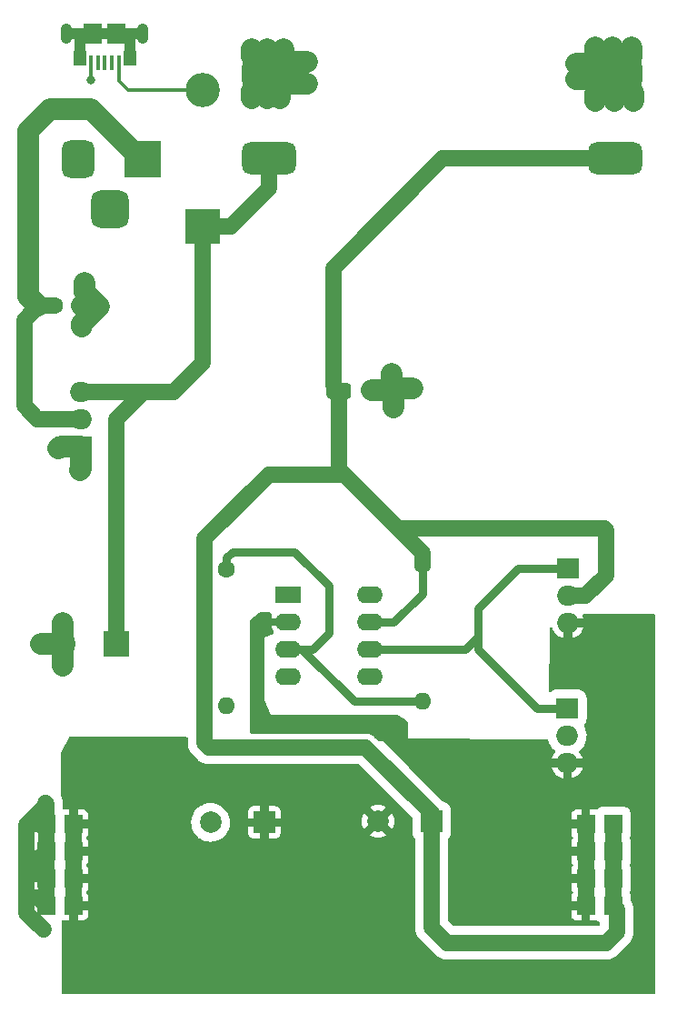
<source format=gbr>
%TF.GenerationSoftware,KiCad,Pcbnew,(6.0.8)*%
%TF.CreationDate,2022-10-21T20:47:53+05:30*%
%TF.ProjectId,Dual Rail Supply For Breadboard,4475616c-2052-4616-996c-20537570706c,rev?*%
%TF.SameCoordinates,Original*%
%TF.FileFunction,Copper,L1,Top*%
%TF.FilePolarity,Positive*%
%FSLAX46Y46*%
G04 Gerber Fmt 4.6, Leading zero omitted, Abs format (unit mm)*
G04 Created by KiCad (PCBNEW (6.0.8)) date 2022-10-21 20:47:53*
%MOMM*%
%LPD*%
G01*
G04 APERTURE LIST*
G04 Aperture macros list*
%AMRoundRect*
0 Rectangle with rounded corners*
0 $1 Rounding radius*
0 $2 $3 $4 $5 $6 $7 $8 $9 X,Y pos of 4 corners*
0 Add a 4 corners polygon primitive as box body*
4,1,4,$2,$3,$4,$5,$6,$7,$8,$9,$2,$3,0*
0 Add four circle primitives for the rounded corners*
1,1,$1+$1,$2,$3*
1,1,$1+$1,$4,$5*
1,1,$1+$1,$6,$7*
1,1,$1+$1,$8,$9*
0 Add four rect primitives between the rounded corners*
20,1,$1+$1,$2,$3,$4,$5,0*
20,1,$1+$1,$4,$5,$6,$7,0*
20,1,$1+$1,$6,$7,$8,$9,0*
20,1,$1+$1,$8,$9,$2,$3,0*%
G04 Aperture macros list end*
%TA.AperFunction,ComponentPad*%
%ADD10R,1.700000X1.700000*%
%TD*%
%TA.AperFunction,SMDPad,CuDef*%
%ADD11R,0.400000X1.400000*%
%TD*%
%TA.AperFunction,SMDPad,CuDef*%
%ADD12R,1.750000X1.900000*%
%TD*%
%TA.AperFunction,ComponentPad*%
%ADD13O,1.050000X1.900000*%
%TD*%
%TA.AperFunction,SMDPad,CuDef*%
%ADD14R,1.150000X1.450000*%
%TD*%
%TA.AperFunction,SMDPad,CuDef*%
%ADD15RoundRect,0.381000X-0.762000X-0.381000X0.762000X-0.381000X0.762000X0.381000X-0.762000X0.381000X0*%
%TD*%
%TA.AperFunction,SMDPad,CuDef*%
%ADD16RoundRect,0.750000X-1.750000X0.750000X-1.750000X-0.750000X1.750000X-0.750000X1.750000X0.750000X0*%
%TD*%
%TA.AperFunction,ComponentPad*%
%ADD17C,1.600000*%
%TD*%
%TA.AperFunction,ComponentPad*%
%ADD18R,2.000000X2.000000*%
%TD*%
%TA.AperFunction,ComponentPad*%
%ADD19C,2.000000*%
%TD*%
%TA.AperFunction,ComponentPad*%
%ADD20R,3.200000X3.200000*%
%TD*%
%TA.AperFunction,ComponentPad*%
%ADD21O,3.200000X3.200000*%
%TD*%
%TA.AperFunction,ComponentPad*%
%ADD22R,2.000000X1.905000*%
%TD*%
%TA.AperFunction,ComponentPad*%
%ADD23O,2.000000X1.905000*%
%TD*%
%TA.AperFunction,ComponentPad*%
%ADD24R,2.400000X2.400000*%
%TD*%
%TA.AperFunction,ComponentPad*%
%ADD25C,2.400000*%
%TD*%
%TA.AperFunction,ComponentPad*%
%ADD26R,2.400000X1.600000*%
%TD*%
%TA.AperFunction,ComponentPad*%
%ADD27O,2.400000X1.600000*%
%TD*%
%TA.AperFunction,ComponentPad*%
%ADD28O,1.600000X1.600000*%
%TD*%
%TA.AperFunction,ComponentPad*%
%ADD29R,3.500000X3.500000*%
%TD*%
%TA.AperFunction,ComponentPad*%
%ADD30RoundRect,0.750000X-0.750000X-1.000000X0.750000X-1.000000X0.750000X1.000000X-0.750000X1.000000X0*%
%TD*%
%TA.AperFunction,ComponentPad*%
%ADD31RoundRect,0.875000X-0.875000X-0.875000X0.875000X-0.875000X0.875000X0.875000X-0.875000X0.875000X0*%
%TD*%
%TA.AperFunction,ViaPad*%
%ADD32C,0.800000*%
%TD*%
%TA.AperFunction,Conductor*%
%ADD33C,1.500000*%
%TD*%
%TA.AperFunction,Conductor*%
%ADD34C,2.000000*%
%TD*%
%TA.AperFunction,Conductor*%
%ADD35C,0.300000*%
%TD*%
%TA.AperFunction,Conductor*%
%ADD36C,0.750000*%
%TD*%
%TA.AperFunction,Conductor*%
%ADD37C,1.000000*%
%TD*%
G04 APERTURE END LIST*
D10*
%TO.P,J5,1,Pin_1*%
%TO.N,OUT-*%
X139458000Y-123291600D03*
%TO.P,J5,2,Pin_2*%
%TO.N,MID_GND*%
X141998000Y-123291600D03*
%TD*%
D11*
%TO.P,J10,1,VBUS*%
%TO.N,5V*%
X146200000Y-49850000D03*
%TO.P,J10,2,D-*%
%TO.N,unconnected-(J10-Pad2)*%
X145550000Y-49850000D03*
%TO.P,J10,3,D+*%
%TO.N,unconnected-(J10-Pad3)*%
X144900000Y-49850000D03*
%TO.P,J10,4,ID*%
%TO.N,unconnected-(J10-Pad4)*%
X144250000Y-49850000D03*
%TO.P,J10,5,GND*%
%TO.N,OUT-*%
X143600000Y-49850000D03*
D12*
%TO.P,J10,6,Shield*%
%TO.N,unconnected-(J10-Pad6)*%
X146025000Y-47200000D03*
D13*
X141325000Y-47200000D03*
X148475000Y-47200000D03*
D14*
X142580000Y-49430000D03*
D12*
X143775000Y-47200000D03*
D14*
X147220000Y-49430000D03*
%TD*%
D10*
%TO.P,J8,1,Pin_1*%
%TO.N,MID_GND*%
X189738000Y-128371600D03*
%TO.P,J8,2,Pin_2*%
%TO.N,Input*%
X192278000Y-128371600D03*
%TD*%
%TO.P,J6,1,Pin_1*%
%TO.N,MID_GND*%
X189738000Y-125831600D03*
%TO.P,J6,2,Pin_2*%
%TO.N,Input*%
X192278000Y-125831600D03*
%TD*%
D15*
%TO.P,U2,1,Vin*%
%TO.N,Input*%
X166700200Y-80441800D03*
%TO.P,U2,2,GND*%
%TO.N,OUT-*%
X171704000Y-80441800D03*
%TD*%
D16*
%TO.P,U1,1,GND*%
%TO.N,OUT-*%
X160232900Y-50912800D03*
%TO.P,U1,2,Vin*%
%TO.N,Net-(C2-Pad1)*%
X160232900Y-58786800D03*
%TO.P,U1,3,GND*%
%TO.N,OUT-*%
X192443900Y-50912800D03*
%TO.P,U1,4,Vout*%
%TO.N,Input*%
X192443900Y-58786800D03*
%TD*%
D17*
%TO.P,C1,1*%
%TO.N,Net-(C1-Pad1)*%
X140250000Y-72500000D03*
%TO.P,C1,2*%
%TO.N,OUT-*%
X142750000Y-72500000D03*
%TD*%
D18*
%TO.P,C3,1*%
%TO.N,Input*%
X175367677Y-120500000D03*
D19*
%TO.P,C3,2*%
%TO.N,MID_GND*%
X170367677Y-120500000D03*
%TD*%
D20*
%TO.P,D1,1,K*%
%TO.N,Net-(C2-Pad1)*%
X154000000Y-65150000D03*
D21*
%TO.P,D1,2,A*%
%TO.N,5V*%
X154000000Y-52450000D03*
%TD*%
D22*
%TO.P,Q2,1,B*%
%TO.N,Net-(Q2-Pad1)*%
X188055000Y-96960000D03*
D23*
%TO.P,Q2,2,C*%
%TO.N,Input*%
X188055000Y-99500000D03*
%TO.P,Q2,3,E*%
%TO.N,MID_GND*%
X188055000Y-102040000D03*
%TD*%
D24*
%TO.P,C2,1*%
%TO.N,Net-(C2-Pad1)*%
X146000000Y-104000000D03*
D25*
%TO.P,C2,2*%
%TO.N,OUT-*%
X141000000Y-104000000D03*
%TD*%
D10*
%TO.P,J2,1,Pin_1*%
%TO.N,MID_GND*%
X189738000Y-120751600D03*
%TO.P,J2,2,Pin_2*%
%TO.N,Input*%
X192278000Y-120751600D03*
%TD*%
%TO.P,J9,1,Pin_1*%
%TO.N,OUT-*%
X139458000Y-128371600D03*
%TO.P,J9,2,Pin_2*%
%TO.N,MID_GND*%
X141998000Y-128371600D03*
%TD*%
D26*
%TO.P,U3,1,NULL*%
%TO.N,unconnected-(U3-Pad1)*%
X161966600Y-99416000D03*
D27*
%TO.P,U3,2,-*%
%TO.N,MID_GND*%
X161966600Y-101956000D03*
%TO.P,U3,3,+*%
%TO.N,Net-(R1-Pad2)*%
X161966600Y-104496000D03*
%TO.P,U3,4,V-*%
%TO.N,OUT-*%
X161966600Y-107036000D03*
%TO.P,U3,5,NULL*%
%TO.N,unconnected-(U3-Pad5)*%
X169586600Y-107036000D03*
%TO.P,U3,6*%
%TO.N,Net-(Q2-Pad1)*%
X169586600Y-104496000D03*
%TO.P,U3,7,V+*%
%TO.N,Input*%
X169586600Y-101956000D03*
%TO.P,U3,8,NC*%
%TO.N,unconnected-(U3-Pad8)*%
X169586600Y-99416000D03*
%TD*%
D10*
%TO.P,J4,1,Pin_1*%
%TO.N,MID_GND*%
X189738000Y-123291600D03*
%TO.P,J4,2,Pin_2*%
%TO.N,Input*%
X192278000Y-123291600D03*
%TD*%
%TO.P,J3,1,Pin_1*%
%TO.N,OUT-*%
X139458000Y-120751600D03*
%TO.P,J3,2,Pin_2*%
%TO.N,MID_GND*%
X141998000Y-120751600D03*
%TD*%
D22*
%TO.P,Q3,1,B*%
%TO.N,Net-(Q2-Pad1)*%
X188000000Y-110000000D03*
D23*
%TO.P,Q3,2,C*%
%TO.N,OUT-*%
X188000000Y-112540000D03*
%TO.P,Q3,3,E*%
%TO.N,MID_GND*%
X188000000Y-115080000D03*
%TD*%
D18*
%TO.P,C4,1*%
%TO.N,MID_GND*%
X159767677Y-120600000D03*
D19*
%TO.P,C4,2*%
%TO.N,OUT-*%
X154767677Y-120600000D03*
%TD*%
D17*
%TO.P,R2,1*%
%TO.N,Net-(R1-Pad2)*%
X156262800Y-97056400D03*
D28*
%TO.P,R2,2*%
%TO.N,OUT-*%
X156262800Y-109756400D03*
%TD*%
D22*
%TO.P,Q1,1,G*%
%TO.N,OUT-*%
X142646400Y-85598000D03*
D23*
%TO.P,Q1,2,D*%
%TO.N,Net-(C1-Pad1)*%
X142646400Y-83058000D03*
%TO.P,Q1,3,S*%
%TO.N,Net-(C2-Pad1)*%
X142646400Y-80518000D03*
%TD*%
D17*
%TO.P,R1,1*%
%TO.N,Input*%
X174500000Y-96650000D03*
D28*
%TO.P,R1,2*%
%TO.N,Net-(R1-Pad2)*%
X174500000Y-109350000D03*
%TD*%
D10*
%TO.P,J7,1,Pin_1*%
%TO.N,OUT-*%
X139458000Y-125831600D03*
%TO.P,J7,2,Pin_2*%
%TO.N,MID_GND*%
X141998000Y-125831600D03*
%TD*%
D29*
%TO.P,J1,1*%
%TO.N,Net-(C1-Pad1)*%
X148400000Y-58842500D03*
D30*
%TO.P,J1,2*%
%TO.N,OUT-*%
X142400000Y-58842500D03*
D31*
%TO.P,J1,3*%
%TO.N,N/C*%
X145400000Y-63542500D03*
%TD*%
D32*
%TO.N,OUT-*%
X137600000Y-120800000D03*
X141000000Y-106000000D03*
X139200000Y-130600000D03*
X139000000Y-104000000D03*
X137600000Y-128400000D03*
X140600000Y-85800000D03*
X171600000Y-78800000D03*
X190600000Y-53400000D03*
X194000000Y-48400000D03*
X194200000Y-53400000D03*
X143600000Y-51500000D03*
X137600000Y-123400000D03*
X144400000Y-72600000D03*
X192400000Y-53400000D03*
X161200000Y-53200000D03*
X160000000Y-53200000D03*
X192200000Y-48400000D03*
X190600000Y-48400000D03*
X188800000Y-50000000D03*
X169800000Y-80400000D03*
X143000000Y-70400000D03*
X158600000Y-48600000D03*
X139400000Y-118800000D03*
X161600000Y-48600000D03*
X163800000Y-51800000D03*
X142800000Y-74400000D03*
X171800000Y-82000000D03*
X160000000Y-48600000D03*
X173600000Y-80200000D03*
X142600000Y-87800000D03*
X137400000Y-125800000D03*
X141000000Y-102000000D03*
X163800000Y-49800000D03*
X188800000Y-51400000D03*
X158600000Y-53200000D03*
%TO.N,MID_GND*%
X164200000Y-117200000D03*
X172400000Y-128000000D03*
X163600000Y-111000000D03*
X172600000Y-129600000D03*
X165800000Y-111000000D03*
X170600000Y-128000000D03*
X170600000Y-129600000D03*
X178400000Y-129200000D03*
X166200000Y-117200000D03*
X178200000Y-127800000D03*
X180200000Y-129200000D03*
X161600000Y-111000000D03*
X162400000Y-117200000D03*
X180000000Y-127800000D03*
%TD*%
D33*
%TO.N,Net-(C1-Pad1)*%
X137400000Y-81800000D02*
X137400000Y-73800000D01*
D34*
X143600000Y-54200000D02*
X139800000Y-54200000D01*
X139800000Y-54200000D02*
X137800000Y-56200000D01*
X137800000Y-56200000D02*
X137800000Y-71600000D01*
D33*
X138658000Y-83058000D02*
X137400000Y-81800000D01*
X140250000Y-72500000D02*
X138700000Y-72500000D01*
D34*
X148242500Y-58842500D02*
X143600000Y-54200000D01*
X137800000Y-71600000D02*
X138700000Y-72500000D01*
D33*
X137400000Y-73800000D02*
X138700000Y-72500000D01*
D34*
X148400000Y-58842500D02*
X148242500Y-58842500D01*
D33*
X142646400Y-83058000D02*
X138658000Y-83058000D01*
D34*
%TO.N,OUT-*%
X192200000Y-50668900D02*
X192443900Y-50912800D01*
D33*
X139458000Y-118858000D02*
X139400000Y-118800000D01*
D34*
X161345700Y-49800000D02*
X160232900Y-50912800D01*
X191956700Y-51400000D02*
X192443900Y-50912800D01*
X160000000Y-48600000D02*
X160000000Y-50679900D01*
D33*
X137600000Y-127600000D02*
X137600000Y-129000000D01*
X139026400Y-125400000D02*
X139458000Y-125831600D01*
D34*
X161600000Y-49545700D02*
X160232900Y-50912800D01*
D33*
X139458000Y-120751600D02*
X139458000Y-128371600D01*
D34*
X194000000Y-48400000D02*
X194000000Y-49356700D01*
X142646400Y-85598000D02*
X140802000Y-85598000D01*
X171662200Y-80400000D02*
X171704000Y-80441800D01*
X142800000Y-74400000D02*
X142800000Y-74200000D01*
X141000000Y-102000000D02*
X141000000Y-104000000D01*
X194000000Y-49356700D02*
X192443900Y-50912800D01*
X192400000Y-50956700D02*
X192443900Y-50912800D01*
X190600000Y-53400000D02*
X190600000Y-52756700D01*
X171945800Y-80200000D02*
X171704000Y-80441800D01*
X158600000Y-53200000D02*
X158600000Y-52545700D01*
X161200000Y-51879900D02*
X160232900Y-50912800D01*
X144300000Y-72500000D02*
X144400000Y-72600000D01*
X142646400Y-85598000D02*
X142646400Y-87753600D01*
X173600000Y-80200000D02*
X171945800Y-80200000D01*
D33*
X137600000Y-125400000D02*
X137600000Y-127600000D01*
D34*
X171800000Y-80537800D02*
X171704000Y-80441800D01*
X142800000Y-74200000D02*
X144400000Y-72600000D01*
X158600000Y-52545700D02*
X160232900Y-50912800D01*
D33*
X137600000Y-120800000D02*
X139458000Y-118942000D01*
D34*
X163800000Y-51800000D02*
X161120100Y-51800000D01*
X163800000Y-49800000D02*
X161345700Y-49800000D01*
D33*
X137600000Y-124000000D02*
X137600000Y-125400000D01*
X137600000Y-129000000D02*
X139200000Y-130600000D01*
D34*
X141000000Y-106000000D02*
X141000000Y-104000000D01*
X194200000Y-52668900D02*
X192443900Y-50912800D01*
X190600000Y-49068900D02*
X192443900Y-50912800D01*
X169800000Y-80400000D02*
X171662200Y-80400000D01*
X143000000Y-71200000D02*
X144400000Y-72600000D01*
D33*
X139458000Y-120751600D02*
X139458000Y-118858000D01*
D34*
X160000000Y-53200000D02*
X160000000Y-51145700D01*
X171600000Y-78800000D02*
X171600000Y-80337800D01*
X160000000Y-51145700D02*
X160232900Y-50912800D01*
D33*
X137648400Y-120751600D02*
X137600000Y-120800000D01*
D34*
X190600000Y-48400000D02*
X190600000Y-49068900D01*
X192400000Y-53400000D02*
X192400000Y-50956700D01*
D33*
X137600000Y-120800000D02*
X137600000Y-124000000D01*
D34*
X192200000Y-48400000D02*
X192200000Y-50668900D01*
X142750000Y-72500000D02*
X144300000Y-72500000D01*
X142646400Y-87753600D02*
X142600000Y-87800000D01*
X190600000Y-52756700D02*
X192443900Y-50912800D01*
D33*
X137600000Y-124000000D02*
X138749600Y-124000000D01*
X137600000Y-125400000D02*
X139026400Y-125400000D01*
D34*
X139000000Y-104000000D02*
X141000000Y-104000000D01*
X143000000Y-70400000D02*
X143000000Y-71200000D01*
D33*
X138749600Y-124000000D02*
X139458000Y-123291600D01*
X139458000Y-118942000D02*
X139458000Y-118858000D01*
D34*
X160000000Y-50679900D02*
X160232900Y-50912800D01*
X158600000Y-49279900D02*
X160232900Y-50912800D01*
X140802000Y-85598000D02*
X140600000Y-85800000D01*
X191531100Y-50000000D02*
X192443900Y-50912800D01*
X188800000Y-51400000D02*
X191956700Y-51400000D01*
X161200000Y-53200000D02*
X161200000Y-51879900D01*
D33*
X138686400Y-127600000D02*
X139458000Y-128371600D01*
D34*
X188800000Y-50000000D02*
X191531100Y-50000000D01*
X171600000Y-80337800D02*
X171704000Y-80441800D01*
X161120100Y-51800000D02*
X160232900Y-50912800D01*
X161600000Y-48600000D02*
X161600000Y-49545700D01*
D33*
X137600000Y-127600000D02*
X138686400Y-127600000D01*
D35*
X143600000Y-49850000D02*
X143600000Y-51500000D01*
D33*
X139458000Y-120751600D02*
X137648400Y-120751600D01*
D34*
X194200000Y-53400000D02*
X194200000Y-52668900D01*
X171800000Y-82000000D02*
X171800000Y-80537800D01*
X158600000Y-48600000D02*
X158600000Y-49279900D01*
D33*
%TO.N,Net-(C2-Pad1)*%
X154000000Y-65150000D02*
X156650000Y-65150000D01*
X154000000Y-77800000D02*
X154000000Y-65150000D01*
X146000000Y-83060660D02*
X146000000Y-104000000D01*
X148542660Y-80518000D02*
X146000000Y-83060660D01*
X148542660Y-80518000D02*
X142646400Y-80518000D01*
X148542660Y-80518000D02*
X151282000Y-80518000D01*
X160232900Y-61567100D02*
X160232900Y-58786800D01*
X151282000Y-80518000D02*
X154000000Y-77800000D01*
X156650000Y-65150000D02*
X160232900Y-61567100D01*
%TO.N,Input*%
X191600000Y-131800000D02*
X192600000Y-130800000D01*
X176413200Y-58786800D02*
X192443900Y-58786800D01*
X192278000Y-120751600D02*
X192278000Y-128371600D01*
X160200000Y-88200000D02*
X167200000Y-88200000D01*
X154200000Y-113200000D02*
X154200000Y-94200000D01*
X192600000Y-128693600D02*
X192278000Y-128371600D01*
X175367677Y-130367677D02*
X176800000Y-131800000D01*
X191450000Y-93250000D02*
X172250000Y-93250000D01*
D36*
X171844000Y-101956000D02*
X174500000Y-99300000D01*
D33*
X154200000Y-94200000D02*
X160200000Y-88200000D01*
X189700000Y-99500000D02*
X191600000Y-97600000D01*
D36*
X169586600Y-101956000D02*
X171844000Y-101956000D01*
D33*
X174500000Y-95500000D02*
X174500000Y-96650000D01*
X192600000Y-130800000D02*
X192600000Y-128693600D01*
X166700200Y-80441800D02*
X166700200Y-87700200D01*
X170200000Y-91200000D02*
X174500000Y-95500000D01*
X191600000Y-97600000D02*
X191600000Y-93400000D01*
X175367677Y-120500000D02*
X175367677Y-130367677D01*
X175367677Y-119767677D02*
X169200000Y-113600000D01*
X166200000Y-79941600D02*
X166700200Y-80441800D01*
X166700200Y-87700200D02*
X167200000Y-88200000D01*
X188055000Y-99500000D02*
X189700000Y-99500000D01*
X176800000Y-131800000D02*
X191600000Y-131800000D01*
X175367677Y-120500000D02*
X175367677Y-119767677D01*
D36*
X174500000Y-99300000D02*
X174500000Y-96650000D01*
D33*
X167200000Y-88200000D02*
X170200000Y-91200000D01*
X169200000Y-113600000D02*
X154600000Y-113600000D01*
X191600000Y-93400000D02*
X191450000Y-93250000D01*
X166200000Y-69000000D02*
X166200000Y-79941600D01*
X166200000Y-69000000D02*
X176413200Y-58786800D01*
X172250000Y-93250000D02*
X170200000Y-91200000D01*
X154600000Y-113600000D02*
X154200000Y-113200000D01*
%TO.N,MID_GND*%
X170267677Y-120600000D02*
X170367677Y-120500000D01*
X189738000Y-120751600D02*
X189738000Y-128371600D01*
X141998000Y-120751600D02*
X141998000Y-128371600D01*
D36*
%TO.N,Net-(Q2-Pad1)*%
X183440000Y-96960000D02*
X179696000Y-100704000D01*
X185200000Y-110000000D02*
X179696000Y-104496000D01*
X188000000Y-110000000D02*
X185200000Y-110000000D01*
X179696000Y-103304000D02*
X178504000Y-104496000D01*
X179696000Y-100704000D02*
X179696000Y-103304000D01*
X178504000Y-104496000D02*
X169586600Y-104496000D01*
X188055000Y-96960000D02*
X183440000Y-96960000D01*
X179696000Y-103304000D02*
X179696000Y-104496000D01*
%TO.N,Net-(R1-Pad2)*%
X168150000Y-109350000D02*
X174500000Y-109350000D01*
X156262800Y-95937200D02*
X156800000Y-95400000D01*
X165800000Y-103000000D02*
X164304000Y-104496000D01*
X162600000Y-95400000D02*
X165800000Y-98600000D01*
X156262800Y-97056400D02*
X156262800Y-95937200D01*
X156800000Y-95400000D02*
X162600000Y-95400000D01*
X165800000Y-98600000D02*
X165800000Y-103000000D01*
X161966600Y-104496000D02*
X163296000Y-104496000D01*
X163296000Y-104496000D02*
X168150000Y-109350000D01*
X164304000Y-104496000D02*
X161966600Y-104496000D01*
D35*
%TO.N,5V*%
X146200000Y-51600000D02*
X147050000Y-52450000D01*
X146200000Y-49850000D02*
X146200000Y-51600000D01*
X154000000Y-52450000D02*
X153050000Y-53400000D01*
X147050000Y-52450000D02*
X154000000Y-52450000D01*
D37*
%TO.N,unconnected-(J10-Pad6)*%
X142580000Y-49430000D02*
X142580000Y-47320000D01*
X142580000Y-47320000D02*
X142700000Y-47200000D01*
X147100000Y-47200000D02*
X148475000Y-47200000D01*
X147220000Y-47320000D02*
X147100000Y-47200000D01*
X147220000Y-49430000D02*
X147220000Y-47320000D01*
X143775000Y-47200000D02*
X146025000Y-47200000D01*
X146025000Y-47200000D02*
X147100000Y-47200000D01*
X141325000Y-47200000D02*
X142700000Y-47200000D01*
X142700000Y-47200000D02*
X143775000Y-47200000D01*
%TD*%
%TA.AperFunction,Conductor*%
%TO.N,MID_GND*%
G36*
X160254270Y-101018910D02*
G01*
X160355310Y-101073590D01*
X160433121Y-101158115D01*
X160479271Y-101263326D01*
X160488758Y-101377820D01*
X160465104Y-101478325D01*
X160426479Y-101575138D01*
X160421299Y-101598946D01*
X160441721Y-101602000D01*
X161971600Y-101602000D01*
X162084920Y-101620910D01*
X162185960Y-101675590D01*
X162263771Y-101760115D01*
X162309921Y-101865326D01*
X162320600Y-101951000D01*
X162320600Y-101961000D01*
X162301690Y-102074320D01*
X162247010Y-102175360D01*
X162162485Y-102253171D01*
X162057274Y-102299321D01*
X161971600Y-102310000D01*
X160446969Y-102310000D01*
X160422487Y-102314085D01*
X160422416Y-102314944D01*
X160426240Y-102332200D01*
X160473317Y-102459811D01*
X160487040Y-102488583D01*
X160584236Y-102651954D01*
X160625924Y-102759010D01*
X160630593Y-102873802D01*
X160597736Y-102983890D01*
X160530913Y-103077345D01*
X160437367Y-103144039D01*
X160413923Y-103154431D01*
X159800000Y-103400000D01*
X159800000Y-109200000D01*
X160400000Y-110600000D01*
X172103333Y-110600000D01*
X172216653Y-110618910D01*
X172282891Y-110649734D01*
X173030561Y-111098336D01*
X173118001Y-111172853D01*
X173176510Y-111271725D01*
X173199744Y-111384238D01*
X173200000Y-111397600D01*
X173200000Y-113000000D01*
X170368474Y-113000000D01*
X170158821Y-112790347D01*
X170144316Y-112773807D01*
X170144194Y-112773919D01*
X170133669Y-112762473D01*
X170124210Y-112750146D01*
X170068232Y-112699210D01*
X170056333Y-112687859D01*
X170044194Y-112675720D01*
X170027885Y-112662083D01*
X170016884Y-112652487D01*
X169970601Y-112610373D01*
X169959107Y-112599914D01*
X169945942Y-112591656D01*
X169937339Y-112585125D01*
X169928483Y-112578970D01*
X169916562Y-112569003D01*
X169848707Y-112530299D01*
X169836165Y-112522792D01*
X169783176Y-112489552D01*
X169770010Y-112481293D01*
X169755594Y-112475498D01*
X169746007Y-112470613D01*
X169736168Y-112466108D01*
X169722663Y-112458405D01*
X169708010Y-112453216D01*
X169708001Y-112453212D01*
X169649041Y-112432333D01*
X169635371Y-112427168D01*
X169577313Y-112403829D01*
X169577304Y-112403826D01*
X169562895Y-112398034D01*
X169547685Y-112394884D01*
X169537371Y-112391770D01*
X169526898Y-112389081D01*
X169512244Y-112383892D01*
X169435166Y-112371270D01*
X169420793Y-112368606D01*
X169399947Y-112364289D01*
X169344310Y-112352767D01*
X169328407Y-112351850D01*
X169322811Y-112351234D01*
X169322794Y-112351468D01*
X169307292Y-112350330D01*
X169291954Y-112347818D01*
X169276414Y-112348062D01*
X169276413Y-112348062D01*
X169187613Y-112349457D01*
X169182132Y-112349500D01*
X158749000Y-112349500D01*
X158635680Y-112330590D01*
X158534640Y-112275910D01*
X158456829Y-112191385D01*
X158410679Y-112086174D01*
X158400000Y-112000500D01*
X158400000Y-101967738D01*
X158418910Y-101854418D01*
X158473590Y-101753378D01*
X158530982Y-101695215D01*
X159304405Y-101076477D01*
X159404706Y-101020452D01*
X159522423Y-101000000D01*
X160140950Y-101000000D01*
X160254270Y-101018910D01*
G37*
%TD.AperFunction*%
%TD*%
%TA.AperFunction,Conductor*%
%TO.N,MID_GND*%
G36*
X196141282Y-101185578D02*
G01*
X196187946Y-101239085D01*
X196199500Y-101291793D01*
X196199500Y-136473500D01*
X196179498Y-136541621D01*
X196125842Y-136588114D01*
X196073500Y-136599500D01*
X141028856Y-136599500D01*
X140960735Y-136579498D01*
X140914242Y-136525842D01*
X140902857Y-136474056D01*
X140873619Y-129842830D01*
X140893321Y-129774621D01*
X140946771Y-129727892D01*
X141017000Y-129717479D01*
X141028763Y-129719691D01*
X141045646Y-129723705D01*
X141096514Y-129729231D01*
X141103328Y-129729600D01*
X141579885Y-129729600D01*
X141595124Y-129725125D01*
X141596329Y-129723735D01*
X141598000Y-129716052D01*
X141598000Y-129711484D01*
X142398000Y-129711484D01*
X142402475Y-129726723D01*
X142403865Y-129727928D01*
X142411548Y-129729599D01*
X142892669Y-129729599D01*
X142899490Y-129729229D01*
X142950352Y-129723705D01*
X142965604Y-129720079D01*
X143086054Y-129674924D01*
X143101649Y-129666386D01*
X143203724Y-129589885D01*
X143216285Y-129577324D01*
X143292786Y-129475249D01*
X143301324Y-129459654D01*
X143346478Y-129339206D01*
X143350105Y-129323951D01*
X143355631Y-129273086D01*
X143356000Y-129266272D01*
X143356000Y-128789715D01*
X143351525Y-128774476D01*
X143350135Y-128773271D01*
X143342452Y-128771600D01*
X142416115Y-128771600D01*
X142400876Y-128776075D01*
X142399671Y-128777465D01*
X142398000Y-128785148D01*
X142398000Y-129711484D01*
X141598000Y-129711484D01*
X141598000Y-127953485D01*
X142398000Y-127953485D01*
X142402475Y-127968724D01*
X142403865Y-127969929D01*
X142411548Y-127971600D01*
X143337884Y-127971600D01*
X143353123Y-127967125D01*
X143354328Y-127965735D01*
X143355999Y-127958052D01*
X143355999Y-127476931D01*
X143355629Y-127470110D01*
X143350105Y-127419248D01*
X143346479Y-127403996D01*
X143301324Y-127283546D01*
X143292789Y-127267956D01*
X143224745Y-127177165D01*
X143199898Y-127110658D01*
X143214951Y-127041276D01*
X143224745Y-127026035D01*
X143292789Y-126935244D01*
X143301324Y-126919654D01*
X143346478Y-126799206D01*
X143350105Y-126783951D01*
X143355631Y-126733086D01*
X143356000Y-126726272D01*
X143356000Y-126249715D01*
X143351525Y-126234476D01*
X143350135Y-126233271D01*
X143342452Y-126231600D01*
X142416115Y-126231600D01*
X142400876Y-126236075D01*
X142399671Y-126237465D01*
X142398000Y-126245148D01*
X142398000Y-127953485D01*
X141598000Y-127953485D01*
X141598000Y-125413485D01*
X142398000Y-125413485D01*
X142402475Y-125428724D01*
X142403865Y-125429929D01*
X142411548Y-125431600D01*
X143337884Y-125431600D01*
X143353123Y-125427125D01*
X143354328Y-125425735D01*
X143355999Y-125418052D01*
X143355999Y-124936931D01*
X143355629Y-124930110D01*
X143350105Y-124879248D01*
X143346479Y-124863996D01*
X143301324Y-124743546D01*
X143292789Y-124727956D01*
X143224745Y-124637165D01*
X143199898Y-124570658D01*
X143214951Y-124501276D01*
X143224745Y-124486035D01*
X143292789Y-124395244D01*
X143301324Y-124379654D01*
X143346478Y-124259206D01*
X143350105Y-124243951D01*
X143355631Y-124193086D01*
X143356000Y-124186272D01*
X143356000Y-123709715D01*
X143351525Y-123694476D01*
X143350135Y-123693271D01*
X143342452Y-123691600D01*
X142416115Y-123691600D01*
X142400876Y-123696075D01*
X142399671Y-123697465D01*
X142398000Y-123705148D01*
X142398000Y-125413485D01*
X141598000Y-125413485D01*
X141598000Y-122873485D01*
X142398000Y-122873485D01*
X142402475Y-122888724D01*
X142403865Y-122889929D01*
X142411548Y-122891600D01*
X143337884Y-122891600D01*
X143353123Y-122887125D01*
X143354328Y-122885735D01*
X143355999Y-122878052D01*
X143355999Y-122396931D01*
X143355629Y-122390110D01*
X143350105Y-122339248D01*
X143346479Y-122323996D01*
X143301324Y-122203546D01*
X143292789Y-122187956D01*
X143224745Y-122097165D01*
X143199898Y-122030658D01*
X143214951Y-121961276D01*
X143224745Y-121946035D01*
X143292789Y-121855244D01*
X143301324Y-121839654D01*
X143346478Y-121719206D01*
X143350105Y-121703951D01*
X143355631Y-121653086D01*
X143356000Y-121646272D01*
X143356000Y-121169715D01*
X143351525Y-121154476D01*
X143350135Y-121153271D01*
X143342452Y-121151600D01*
X142416115Y-121151600D01*
X142400876Y-121156075D01*
X142399671Y-121157465D01*
X142398000Y-121165148D01*
X142398000Y-122873485D01*
X141598000Y-122873485D01*
X141598000Y-120552736D01*
X152962747Y-120552736D01*
X152975586Y-120820041D01*
X153027795Y-121082512D01*
X153118226Y-121334383D01*
X153120442Y-121338507D01*
X153188659Y-121465465D01*
X153244892Y-121570121D01*
X153247687Y-121573864D01*
X153247689Y-121573867D01*
X153402219Y-121780807D01*
X153405012Y-121784547D01*
X153408319Y-121787825D01*
X153408324Y-121787831D01*
X153587975Y-121965920D01*
X153595067Y-121972950D01*
X153598833Y-121975712D01*
X153598835Y-121975713D01*
X153726908Y-122069620D01*
X153810882Y-122131192D01*
X153815017Y-122133368D01*
X153815021Y-122133370D01*
X153944595Y-122201542D01*
X154047716Y-122255797D01*
X154052135Y-122257340D01*
X154295950Y-122342484D01*
X154295956Y-122342486D01*
X154300367Y-122344026D01*
X154563283Y-122393943D01*
X154690293Y-122398933D01*
X154826022Y-122404266D01*
X154826027Y-122404266D01*
X154830690Y-122404449D01*
X154926620Y-122393943D01*
X155092059Y-122375825D01*
X155092064Y-122375824D01*
X155096712Y-122375315D01*
X155212244Y-122344898D01*
X155350986Y-122308370D01*
X155355506Y-122307180D01*
X155480178Y-122253617D01*
X155597084Y-122203391D01*
X155597087Y-122203389D01*
X155601387Y-122201542D01*
X155605367Y-122199079D01*
X155605371Y-122199077D01*
X155824979Y-122063179D01*
X155824983Y-122063176D01*
X155828952Y-122060720D01*
X155910243Y-121991902D01*
X156029637Y-121890828D01*
X156029638Y-121890827D01*
X156033203Y-121887809D01*
X156100945Y-121810564D01*
X156206571Y-121690122D01*
X156206575Y-121690117D01*
X156209653Y-121686607D01*
X156231212Y-121653090D01*
X156236629Y-121644669D01*
X158259678Y-121644669D01*
X158260048Y-121651490D01*
X158265572Y-121702352D01*
X158269198Y-121717604D01*
X158314353Y-121838054D01*
X158322891Y-121853649D01*
X158399392Y-121955724D01*
X158411953Y-121968285D01*
X158514028Y-122044786D01*
X158529623Y-122053324D01*
X158650071Y-122098478D01*
X158665326Y-122102105D01*
X158716191Y-122107631D01*
X158723005Y-122108000D01*
X159349562Y-122108000D01*
X159364801Y-122103525D01*
X159366006Y-122102135D01*
X159367677Y-122094452D01*
X159367677Y-122089884D01*
X160167677Y-122089884D01*
X160172152Y-122105123D01*
X160173542Y-122106328D01*
X160181225Y-122107999D01*
X160812346Y-122107999D01*
X160819167Y-122107629D01*
X160870029Y-122102105D01*
X160885281Y-122098479D01*
X161005731Y-122053324D01*
X161021326Y-122044786D01*
X161123401Y-121968285D01*
X161135962Y-121955724D01*
X161212463Y-121853649D01*
X161221001Y-121838054D01*
X161231097Y-121811123D01*
X169627859Y-121811123D01*
X169633586Y-121818773D01*
X169676722Y-121845207D01*
X169685516Y-121849688D01*
X169895665Y-121936734D01*
X169905050Y-121939783D01*
X170126231Y-121992885D01*
X170135978Y-121994428D01*
X170362747Y-122012275D01*
X170372607Y-122012275D01*
X170599376Y-121994428D01*
X170609123Y-121992885D01*
X170830304Y-121939783D01*
X170839689Y-121936734D01*
X171049838Y-121849688D01*
X171058632Y-121845207D01*
X171098102Y-121821020D01*
X171107562Y-121810564D01*
X171103778Y-121801786D01*
X170380489Y-121078497D01*
X170366545Y-121070883D01*
X170364712Y-121071014D01*
X170358097Y-121075265D01*
X169634619Y-121798743D01*
X169627859Y-121811123D01*
X161231097Y-121811123D01*
X161266155Y-121717606D01*
X161269782Y-121702351D01*
X161275308Y-121651486D01*
X161275677Y-121644672D01*
X161275677Y-121018115D01*
X161271202Y-121002876D01*
X161269812Y-121001671D01*
X161262129Y-121000000D01*
X160185792Y-121000000D01*
X160170553Y-121004475D01*
X160169348Y-121005865D01*
X160167677Y-121013548D01*
X160167677Y-122089884D01*
X159367677Y-122089884D01*
X159367677Y-121018115D01*
X159363202Y-121002876D01*
X159361812Y-121001671D01*
X159354129Y-121000000D01*
X158277793Y-121000000D01*
X158262554Y-121004475D01*
X158261349Y-121005865D01*
X158259678Y-121013548D01*
X158259678Y-121644669D01*
X156236629Y-121644669D01*
X156351896Y-121465465D01*
X156351899Y-121465460D01*
X156354424Y-121461534D01*
X156464338Y-121217534D01*
X156536979Y-120959969D01*
X156554780Y-120820041D01*
X156570354Y-120697625D01*
X156570354Y-120697621D01*
X156570752Y-120694495D01*
X156573226Y-120600000D01*
X156566161Y-120504930D01*
X168855402Y-120504930D01*
X168873249Y-120731699D01*
X168874792Y-120741446D01*
X168927894Y-120962627D01*
X168930943Y-120972012D01*
X169017989Y-121182161D01*
X169022470Y-121190955D01*
X169046657Y-121230425D01*
X169057113Y-121239885D01*
X169065891Y-121236101D01*
X169789180Y-120512812D01*
X169795558Y-120501132D01*
X170938560Y-120501132D01*
X170938691Y-120502965D01*
X170942942Y-120509580D01*
X171666420Y-121233058D01*
X171678800Y-121239818D01*
X171686450Y-121234091D01*
X171712884Y-121190955D01*
X171717365Y-121182161D01*
X171804411Y-120972012D01*
X171807460Y-120962627D01*
X171860562Y-120741446D01*
X171862105Y-120731699D01*
X171879952Y-120504930D01*
X171879952Y-120495070D01*
X171862105Y-120268301D01*
X171860562Y-120258554D01*
X171807460Y-120037373D01*
X171804411Y-120027988D01*
X171717365Y-119817839D01*
X171712884Y-119809045D01*
X171688697Y-119769575D01*
X171678241Y-119760115D01*
X171669463Y-119763899D01*
X170946174Y-120487188D01*
X170938560Y-120501132D01*
X169795558Y-120501132D01*
X169796794Y-120498868D01*
X169796663Y-120497035D01*
X169792412Y-120490420D01*
X169068934Y-119766942D01*
X169056554Y-119760182D01*
X169048904Y-119765909D01*
X169022470Y-119809045D01*
X169017989Y-119817839D01*
X168930943Y-120027988D01*
X168927894Y-120037373D01*
X168874792Y-120258554D01*
X168873249Y-120268301D01*
X168855402Y-120495070D01*
X168855402Y-120504930D01*
X156566161Y-120504930D01*
X156554643Y-120349929D01*
X156553741Y-120337788D01*
X156553740Y-120337784D01*
X156553394Y-120333123D01*
X156542838Y-120286470D01*
X156519172Y-120181885D01*
X158259677Y-120181885D01*
X158264152Y-120197124D01*
X158265542Y-120198329D01*
X158273225Y-120200000D01*
X159349562Y-120200000D01*
X159364801Y-120195525D01*
X159366006Y-120194135D01*
X159367677Y-120186452D01*
X159367677Y-120181885D01*
X160167677Y-120181885D01*
X160172152Y-120197124D01*
X160173542Y-120198329D01*
X160181225Y-120200000D01*
X161257561Y-120200000D01*
X161272800Y-120195525D01*
X161274005Y-120194135D01*
X161275676Y-120186452D01*
X161275676Y-119555331D01*
X161275306Y-119548510D01*
X161269782Y-119497648D01*
X161266156Y-119482396D01*
X161221001Y-119361946D01*
X161212463Y-119346351D01*
X161135962Y-119244276D01*
X161123401Y-119231715D01*
X161066988Y-119189436D01*
X169627792Y-119189436D01*
X169631576Y-119198214D01*
X170354865Y-119921503D01*
X170368809Y-119929117D01*
X170370642Y-119928986D01*
X170377257Y-119924735D01*
X171100735Y-119201257D01*
X171107495Y-119188877D01*
X171101768Y-119181227D01*
X171058632Y-119154793D01*
X171049838Y-119150312D01*
X170839689Y-119063266D01*
X170830304Y-119060217D01*
X170609123Y-119007115D01*
X170599376Y-119005572D01*
X170372607Y-118987725D01*
X170362747Y-118987725D01*
X170135978Y-119005572D01*
X170126231Y-119007115D01*
X169905050Y-119060217D01*
X169895665Y-119063266D01*
X169685516Y-119150312D01*
X169676722Y-119154793D01*
X169637252Y-119178980D01*
X169627792Y-119189436D01*
X161066988Y-119189436D01*
X161021326Y-119155214D01*
X161005731Y-119146676D01*
X160885283Y-119101522D01*
X160870028Y-119097895D01*
X160819163Y-119092369D01*
X160812349Y-119092000D01*
X160185792Y-119092000D01*
X160170553Y-119096475D01*
X160169348Y-119097865D01*
X160167677Y-119105548D01*
X160167677Y-120181885D01*
X159367677Y-120181885D01*
X159367677Y-119110116D01*
X159363202Y-119094877D01*
X159361812Y-119093672D01*
X159354129Y-119092001D01*
X158723008Y-119092001D01*
X158716187Y-119092371D01*
X158665325Y-119097895D01*
X158650073Y-119101521D01*
X158529623Y-119146676D01*
X158514028Y-119155214D01*
X158411953Y-119231715D01*
X158399392Y-119244276D01*
X158322891Y-119346351D01*
X158314353Y-119361946D01*
X158269199Y-119482394D01*
X158265572Y-119497649D01*
X158260046Y-119548514D01*
X158259677Y-119555328D01*
X158259677Y-120181885D01*
X156519172Y-120181885D01*
X156495363Y-120076666D01*
X156494332Y-120072109D01*
X156478589Y-120031626D01*
X156399032Y-119827044D01*
X156399031Y-119827042D01*
X156397339Y-119822691D01*
X156386551Y-119803815D01*
X156297467Y-119647951D01*
X156264545Y-119590350D01*
X156098867Y-119380189D01*
X155903946Y-119196825D01*
X155684062Y-119044286D01*
X155679871Y-119042219D01*
X155448236Y-118927989D01*
X155448233Y-118927988D01*
X155444048Y-118925924D01*
X155425264Y-118919911D01*
X155193619Y-118845761D01*
X155193621Y-118845761D01*
X155189174Y-118844338D01*
X155029513Y-118818336D01*
X154929653Y-118802073D01*
X154929652Y-118802073D01*
X154925041Y-118801322D01*
X154791246Y-118799570D01*
X154662128Y-118797880D01*
X154662125Y-118797880D01*
X154657451Y-118797819D01*
X154392282Y-118833907D01*
X154387795Y-118835215D01*
X154387794Y-118835215D01*
X154356494Y-118844338D01*
X154135360Y-118908792D01*
X154131107Y-118910752D01*
X154131106Y-118910753D01*
X154088532Y-118930380D01*
X153892329Y-119020831D01*
X153888420Y-119023394D01*
X153672441Y-119164996D01*
X153672436Y-119165000D01*
X153668528Y-119167562D01*
X153602963Y-119226081D01*
X153478148Y-119337483D01*
X153468874Y-119345760D01*
X153297752Y-119551512D01*
X153295329Y-119555505D01*
X153165428Y-119769575D01*
X153158921Y-119780298D01*
X153157114Y-119784606D01*
X153157114Y-119784607D01*
X153099709Y-119921503D01*
X153055432Y-120027091D01*
X153054281Y-120031623D01*
X153054280Y-120031626D01*
X153008444Y-120212105D01*
X152989558Y-120286470D01*
X152962747Y-120552736D01*
X141598000Y-120552736D01*
X141598000Y-120333485D01*
X142398000Y-120333485D01*
X142402475Y-120348724D01*
X142403865Y-120349929D01*
X142411548Y-120351600D01*
X143337884Y-120351600D01*
X143353123Y-120347125D01*
X143354328Y-120345735D01*
X143355999Y-120338052D01*
X143355999Y-119856931D01*
X143355629Y-119850110D01*
X143350105Y-119799248D01*
X143346479Y-119783996D01*
X143301324Y-119663546D01*
X143292786Y-119647951D01*
X143216285Y-119545876D01*
X143203724Y-119533315D01*
X143101649Y-119456814D01*
X143086054Y-119448276D01*
X142965606Y-119403122D01*
X142950351Y-119399495D01*
X142899486Y-119393969D01*
X142892672Y-119393600D01*
X142416115Y-119393600D01*
X142400876Y-119398075D01*
X142399671Y-119399465D01*
X142398000Y-119407148D01*
X142398000Y-120333485D01*
X141598000Y-120333485D01*
X141598000Y-119411716D01*
X141593525Y-119396477D01*
X141592135Y-119395272D01*
X141584452Y-119393601D01*
X141134500Y-119393601D01*
X141066379Y-119373599D01*
X141019886Y-119319943D01*
X141008500Y-119267601D01*
X141008500Y-118995225D01*
X141008749Y-118987313D01*
X141012990Y-118919911D01*
X141012990Y-118919907D01*
X141013308Y-118914852D01*
X141009600Y-118877038D01*
X141009047Y-118861227D01*
X141009811Y-118833907D01*
X141011412Y-118776589D01*
X141000718Y-118696441D01*
X141000018Y-118689892D01*
X140993940Y-118614340D01*
X140993939Y-118614336D01*
X140993534Y-118609298D01*
X140985434Y-118576321D01*
X140982903Y-118562927D01*
X140979083Y-118534298D01*
X140978413Y-118529275D01*
X140955042Y-118451864D01*
X140953306Y-118445519D01*
X140946887Y-118419385D01*
X140934018Y-118366994D01*
X140920754Y-118335746D01*
X140916115Y-118322931D01*
X140907759Y-118295254D01*
X140906299Y-118290418D01*
X140870854Y-118217745D01*
X140868118Y-118211742D01*
X140838503Y-118141974D01*
X140836529Y-118137323D01*
X140835788Y-118136146D01*
X140821750Y-118079534D01*
X140804601Y-114190203D01*
X140818358Y-114132395D01*
X141564724Y-112669159D01*
X141613495Y-112617565D01*
X141677636Y-112600413D01*
X152524170Y-112658057D01*
X152592183Y-112678421D01*
X152638390Y-112732323D01*
X152649500Y-112784055D01*
X152649500Y-113175402D01*
X152649451Y-113178920D01*
X152646588Y-113281411D01*
X152647257Y-113286425D01*
X152657281Y-113361547D01*
X152657981Y-113368100D01*
X152664466Y-113448702D01*
X152665672Y-113453612D01*
X152665673Y-113453618D01*
X152672566Y-113481679D01*
X152675096Y-113495069D01*
X152679587Y-113528725D01*
X152702954Y-113606120D01*
X152704694Y-113612481D01*
X152711113Y-113638615D01*
X152723982Y-113691006D01*
X152725957Y-113695658D01*
X152725958Y-113695662D01*
X152737246Y-113722254D01*
X152741885Y-113735069D01*
X152751701Y-113767582D01*
X152753917Y-113772125D01*
X152787146Y-113840255D01*
X152789882Y-113846258D01*
X152821471Y-113920677D01*
X152824169Y-113924961D01*
X152839566Y-113949411D01*
X152846194Y-113961320D01*
X152850987Y-113971146D01*
X152861078Y-113991837D01*
X152895253Y-114040283D01*
X152907687Y-114057910D01*
X152911342Y-114063390D01*
X152954427Y-114131808D01*
X152957768Y-114135597D01*
X152957772Y-114135603D01*
X152976888Y-114157286D01*
X152985334Y-114167981D01*
X153004901Y-114195719D01*
X153025087Y-114217825D01*
X153065989Y-114258727D01*
X153071408Y-114264497D01*
X153119428Y-114318965D01*
X153123336Y-114322175D01*
X153152739Y-114346327D01*
X153161858Y-114354596D01*
X153486230Y-114678968D01*
X153488682Y-114681489D01*
X153559138Y-114755994D01*
X153563157Y-114759067D01*
X153563164Y-114759073D01*
X153623369Y-114805103D01*
X153628504Y-114809246D01*
X153690072Y-114861645D01*
X153694404Y-114864269D01*
X153694406Y-114864270D01*
X153719124Y-114879240D01*
X153730371Y-114886912D01*
X153757349Y-114907538D01*
X153761809Y-114909930D01*
X153761813Y-114909932D01*
X153828611Y-114945749D01*
X153834340Y-114949017D01*
X153899159Y-114988273D01*
X153899164Y-114988276D01*
X153903491Y-114990896D01*
X153908189Y-114992794D01*
X153934971Y-115003615D01*
X153947301Y-115009390D01*
X153977239Y-115025443D01*
X153982020Y-115027089D01*
X153982024Y-115027091D01*
X154053703Y-115051772D01*
X154059881Y-115054082D01*
X154130132Y-115082465D01*
X154130135Y-115082466D01*
X154134828Y-115084362D01*
X154167951Y-115091888D01*
X154181035Y-115095616D01*
X154208354Y-115105023D01*
X154208365Y-115105026D01*
X154213152Y-115106674D01*
X154218144Y-115107536D01*
X154218147Y-115107537D01*
X154292808Y-115120433D01*
X154299276Y-115121725D01*
X154373203Y-115138521D01*
X154373207Y-115138522D01*
X154378134Y-115139641D01*
X154383177Y-115139958D01*
X154383182Y-115139959D01*
X154412019Y-115141773D01*
X154425553Y-115143362D01*
X154459017Y-115149142D01*
X154462974Y-115149322D01*
X154462977Y-115149322D01*
X154487503Y-115150436D01*
X154487522Y-115150436D01*
X154488922Y-115150500D01*
X154546787Y-115150500D01*
X154554698Y-115150749D01*
X154619296Y-115154813D01*
X154627148Y-115155307D01*
X154649197Y-115153145D01*
X154670045Y-115151101D01*
X154682340Y-115150500D01*
X168505572Y-115150500D01*
X168573693Y-115170502D01*
X168594667Y-115187405D01*
X173530272Y-120123010D01*
X173564298Y-120185322D01*
X173567177Y-120212105D01*
X173567178Y-121587836D01*
X173567451Y-121592589D01*
X173607850Y-121767577D01*
X173686013Y-121929266D01*
X173759052Y-122020759D01*
X173789648Y-122059086D01*
X173816516Y-122124802D01*
X173817177Y-122137695D01*
X173817177Y-130343079D01*
X173817128Y-130346597D01*
X173814265Y-130449088D01*
X173814934Y-130454102D01*
X173824958Y-130529224D01*
X173825658Y-130535777D01*
X173832143Y-130616379D01*
X173833349Y-130621289D01*
X173833350Y-130621295D01*
X173840243Y-130649356D01*
X173842773Y-130662746D01*
X173847264Y-130696402D01*
X173870631Y-130773797D01*
X173872371Y-130780158D01*
X173891659Y-130858683D01*
X173893634Y-130863335D01*
X173893635Y-130863339D01*
X173904923Y-130889931D01*
X173909562Y-130902746D01*
X173919378Y-130935259D01*
X173921594Y-130939802D01*
X173954823Y-131007932D01*
X173957559Y-131013935D01*
X173978283Y-131062756D01*
X173989148Y-131088354D01*
X173991846Y-131092638D01*
X174007243Y-131117088D01*
X174013871Y-131128997D01*
X174028755Y-131159514D01*
X174070686Y-131218955D01*
X174075364Y-131225587D01*
X174079019Y-131231067D01*
X174122104Y-131299485D01*
X174125445Y-131303274D01*
X174125449Y-131303280D01*
X174144565Y-131324963D01*
X174153011Y-131335658D01*
X174172578Y-131363396D01*
X174192764Y-131385502D01*
X174233666Y-131426404D01*
X174239085Y-131432174D01*
X174287105Y-131486642D01*
X174291014Y-131489853D01*
X174320414Y-131514003D01*
X174329532Y-131522271D01*
X175686245Y-132878983D01*
X175688666Y-132881471D01*
X175759138Y-132955994D01*
X175763155Y-132959065D01*
X175763158Y-132959068D01*
X175823357Y-133005094D01*
X175828489Y-133009235D01*
X175871187Y-133045573D01*
X175890073Y-133061646D01*
X175894396Y-133064264D01*
X175894400Y-133064267D01*
X175908234Y-133072644D01*
X175919123Y-133079239D01*
X175930373Y-133086914D01*
X175957349Y-133107538D01*
X175961801Y-133109925D01*
X175961810Y-133109931D01*
X176028609Y-133145749D01*
X176034336Y-133149015D01*
X176099164Y-133188275D01*
X176103492Y-133190896D01*
X176108181Y-133192791D01*
X176108182Y-133192791D01*
X176134974Y-133203616D01*
X176147300Y-133209390D01*
X176177239Y-133225443D01*
X176182019Y-133227089D01*
X176182033Y-133227095D01*
X176253702Y-133251772D01*
X176259882Y-133254082D01*
X176330133Y-133282466D01*
X176330137Y-133282467D01*
X176334829Y-133284363D01*
X176339765Y-133285484D01*
X176339767Y-133285485D01*
X176367938Y-133291885D01*
X176381045Y-133295619D01*
X176408362Y-133305025D01*
X176408366Y-133305026D01*
X176413152Y-133306674D01*
X176418138Y-133307535D01*
X176418141Y-133307536D01*
X176492813Y-133320434D01*
X176499281Y-133321726D01*
X176573204Y-133338521D01*
X176573207Y-133338521D01*
X176578135Y-133339641D01*
X176583180Y-133339958D01*
X176583184Y-133339959D01*
X176612031Y-133341774D01*
X176625554Y-133343362D01*
X176659017Y-133349142D01*
X176662978Y-133349322D01*
X176662979Y-133349322D01*
X176687503Y-133350436D01*
X176687522Y-133350436D01*
X176688922Y-133350500D01*
X176746775Y-133350500D01*
X176754686Y-133350749D01*
X176827148Y-133355308D01*
X176870053Y-133351101D01*
X176882350Y-133350500D01*
X191575402Y-133350500D01*
X191578920Y-133350549D01*
X191676356Y-133353271D01*
X191676359Y-133353271D01*
X191681411Y-133353412D01*
X191761559Y-133342718D01*
X191768100Y-133342019D01*
X191797690Y-133339638D01*
X191843660Y-133335940D01*
X191843664Y-133335939D01*
X191848702Y-133335534D01*
X191853612Y-133334328D01*
X191853618Y-133334327D01*
X191881679Y-133327434D01*
X191895069Y-133324904D01*
X191928725Y-133320413D01*
X192006136Y-133297042D01*
X192012481Y-133295306D01*
X192038615Y-133288887D01*
X192091006Y-133276018D01*
X192095658Y-133274043D01*
X192095662Y-133274042D01*
X192122254Y-133262754D01*
X192135069Y-133258115D01*
X192162746Y-133249759D01*
X192167582Y-133248299D01*
X192211056Y-133227095D01*
X192240255Y-133212854D01*
X192246258Y-133210118D01*
X192316019Y-133180506D01*
X192320677Y-133178529D01*
X192349411Y-133160434D01*
X192361320Y-133153806D01*
X192387286Y-133141142D01*
X192387290Y-133141140D01*
X192391837Y-133138922D01*
X192457917Y-133092308D01*
X192463397Y-133088654D01*
X192466156Y-133086917D01*
X192531808Y-133045573D01*
X192535597Y-133042232D01*
X192535603Y-133042228D01*
X192557286Y-133023112D01*
X192567981Y-133014666D01*
X192592473Y-132997389D01*
X192592475Y-132997387D01*
X192595719Y-132995099D01*
X192617825Y-132974913D01*
X192658728Y-132934010D01*
X192664498Y-132928591D01*
X192715168Y-132883920D01*
X192715171Y-132883917D01*
X192718965Y-132880572D01*
X192746326Y-132847262D01*
X192754596Y-132838142D01*
X193679003Y-131913736D01*
X193681525Y-131911284D01*
X193752315Y-131844341D01*
X193755994Y-131840862D01*
X193805094Y-131776643D01*
X193809235Y-131771511D01*
X193858367Y-131713780D01*
X193858368Y-131713779D01*
X193861646Y-131709927D01*
X193879239Y-131680877D01*
X193886917Y-131669622D01*
X193893603Y-131660878D01*
X193907538Y-131642651D01*
X193909925Y-131638199D01*
X193909931Y-131638190D01*
X193945749Y-131571391D01*
X193949015Y-131565664D01*
X193988275Y-131500836D01*
X193988275Y-131500835D01*
X193990896Y-131496508D01*
X194003616Y-131465026D01*
X194009390Y-131452700D01*
X194025443Y-131422761D01*
X194027089Y-131417981D01*
X194027095Y-131417967D01*
X194051772Y-131346298D01*
X194054082Y-131340118D01*
X194082466Y-131269867D01*
X194082467Y-131269863D01*
X194084363Y-131265171D01*
X194091885Y-131232062D01*
X194095619Y-131218955D01*
X194105025Y-131191638D01*
X194105026Y-131191634D01*
X194106674Y-131186848D01*
X194110682Y-131163648D01*
X194120434Y-131107187D01*
X194121726Y-131100719D01*
X194138521Y-131026796D01*
X194138521Y-131026793D01*
X194139641Y-131021865D01*
X194140194Y-131013085D01*
X194141774Y-130987969D01*
X194143363Y-130974438D01*
X194149142Y-130940983D01*
X194150500Y-130911078D01*
X194150500Y-130853225D01*
X194150749Y-130845313D01*
X194154990Y-130777906D01*
X194155308Y-130772852D01*
X194151101Y-130729946D01*
X194150500Y-130717650D01*
X194150500Y-128718214D01*
X194150549Y-128714696D01*
X194153271Y-128617245D01*
X194153271Y-128617243D01*
X194153412Y-128612190D01*
X194142719Y-128532051D01*
X194142018Y-128525492D01*
X194135941Y-128449951D01*
X194135940Y-128449945D01*
X194135534Y-128444898D01*
X194127431Y-128411906D01*
X194124903Y-128398526D01*
X194121084Y-128369899D01*
X194121082Y-128369891D01*
X194120413Y-128364875D01*
X194097042Y-128287464D01*
X194095306Y-128281119D01*
X194088887Y-128254985D01*
X194076018Y-128202594D01*
X194062754Y-128171346D01*
X194058115Y-128158531D01*
X194049759Y-128130854D01*
X194048299Y-128126018D01*
X194012855Y-128053347D01*
X194010119Y-128047344D01*
X193998040Y-128018888D01*
X193978529Y-127972923D01*
X193960426Y-127944176D01*
X193953814Y-127932297D01*
X193941250Y-127906537D01*
X193928499Y-127851305D01*
X193928499Y-127433764D01*
X193928226Y-127429011D01*
X193887827Y-127254023D01*
X193841060Y-127157280D01*
X193828500Y-127102441D01*
X193828500Y-127100759D01*
X193841060Y-127045920D01*
X193884761Y-126955519D01*
X193887827Y-126949177D01*
X193894643Y-126919654D01*
X193927026Y-126779388D01*
X193927026Y-126779385D01*
X193928226Y-126774189D01*
X193928500Y-126769437D01*
X193928499Y-124893764D01*
X193928226Y-124889011D01*
X193887827Y-124714023D01*
X193841060Y-124617280D01*
X193828500Y-124562441D01*
X193828500Y-124560759D01*
X193841060Y-124505920D01*
X193884761Y-124415519D01*
X193887827Y-124409177D01*
X193894643Y-124379654D01*
X193927026Y-124239388D01*
X193927026Y-124239385D01*
X193928226Y-124234189D01*
X193928500Y-124229437D01*
X193928499Y-122353764D01*
X193928226Y-122349011D01*
X193887827Y-122174023D01*
X193841060Y-122077280D01*
X193828500Y-122022441D01*
X193828500Y-122020759D01*
X193841060Y-121965920D01*
X193861846Y-121922922D01*
X193887827Y-121869177D01*
X193914555Y-121753404D01*
X193927026Y-121699388D01*
X193927026Y-121699385D01*
X193928226Y-121694189D01*
X193928500Y-121689437D01*
X193928499Y-119813764D01*
X193928226Y-119809011D01*
X193887827Y-119634023D01*
X193846489Y-119548510D01*
X193812731Y-119478678D01*
X193812730Y-119478677D01*
X193809664Y-119472334D01*
X193697620Y-119331980D01*
X193557266Y-119219936D01*
X193518627Y-119201257D01*
X193401919Y-119144839D01*
X193401920Y-119144839D01*
X193395577Y-119141773D01*
X193388716Y-119140189D01*
X193225788Y-119102574D01*
X193225785Y-119102574D01*
X193220589Y-119101374D01*
X193215837Y-119101100D01*
X193214013Y-119101100D01*
X192269963Y-119101101D01*
X191340164Y-119101101D01*
X191335411Y-119101374D01*
X191160423Y-119141773D01*
X191154080Y-119144839D01*
X191154081Y-119144839D01*
X191037374Y-119201257D01*
X190998734Y-119219936D01*
X190858380Y-119331980D01*
X190836137Y-119359843D01*
X190778009Y-119400600D01*
X190708522Y-119403815D01*
X190690351Y-119399495D01*
X190639486Y-119393969D01*
X190632672Y-119393600D01*
X190156115Y-119393600D01*
X190140876Y-119398075D01*
X190139671Y-119399465D01*
X190138000Y-119407148D01*
X190138000Y-129711484D01*
X190142475Y-129726723D01*
X190143865Y-129727928D01*
X190151548Y-129729599D01*
X190632669Y-129729599D01*
X190639490Y-129729229D01*
X190690354Y-129723705D01*
X190708525Y-129719385D01*
X190779425Y-129723088D01*
X190836137Y-129763357D01*
X190858380Y-129791220D01*
X190863883Y-129795613D01*
X190998734Y-129903264D01*
X190997415Y-129904916D01*
X191037623Y-129950457D01*
X191049500Y-130003860D01*
X191049500Y-130105572D01*
X191029498Y-130173693D01*
X191012595Y-130194667D01*
X190994667Y-130212595D01*
X190932355Y-130246621D01*
X190905572Y-130249500D01*
X177494428Y-130249500D01*
X177426307Y-130229498D01*
X177405333Y-130212595D01*
X176955082Y-129762344D01*
X176921056Y-129700032D01*
X176918177Y-129673249D01*
X176918177Y-129266269D01*
X188380001Y-129266269D01*
X188380371Y-129273090D01*
X188385895Y-129323952D01*
X188389521Y-129339204D01*
X188434676Y-129459654D01*
X188443214Y-129475249D01*
X188519715Y-129577324D01*
X188532276Y-129589885D01*
X188634351Y-129666386D01*
X188649946Y-129674924D01*
X188770394Y-129720078D01*
X188785649Y-129723705D01*
X188836514Y-129729231D01*
X188843328Y-129729600D01*
X189319885Y-129729600D01*
X189335124Y-129725125D01*
X189336329Y-129723735D01*
X189338000Y-129716052D01*
X189338000Y-128789715D01*
X189333525Y-128774476D01*
X189332135Y-128773271D01*
X189324452Y-128771600D01*
X188398116Y-128771600D01*
X188382877Y-128776075D01*
X188381672Y-128777465D01*
X188380001Y-128785148D01*
X188380001Y-129266269D01*
X176918177Y-129266269D01*
X176918177Y-127953485D01*
X188380000Y-127953485D01*
X188384475Y-127968724D01*
X188385865Y-127969929D01*
X188393548Y-127971600D01*
X189319885Y-127971600D01*
X189335124Y-127967125D01*
X189336329Y-127965735D01*
X189338000Y-127958052D01*
X189338000Y-126249715D01*
X189333525Y-126234476D01*
X189332135Y-126233271D01*
X189324452Y-126231600D01*
X188398116Y-126231600D01*
X188382877Y-126236075D01*
X188381672Y-126237465D01*
X188380001Y-126245148D01*
X188380001Y-126726269D01*
X188380371Y-126733090D01*
X188385895Y-126783952D01*
X188389521Y-126799204D01*
X188434676Y-126919654D01*
X188443211Y-126935244D01*
X188511255Y-127026035D01*
X188536102Y-127092542D01*
X188521049Y-127161924D01*
X188511255Y-127177165D01*
X188443211Y-127267956D01*
X188434676Y-127283546D01*
X188389522Y-127403994D01*
X188385895Y-127419249D01*
X188380369Y-127470114D01*
X188380000Y-127476928D01*
X188380000Y-127953485D01*
X176918177Y-127953485D01*
X176918177Y-125413485D01*
X188380000Y-125413485D01*
X188384475Y-125428724D01*
X188385865Y-125429929D01*
X188393548Y-125431600D01*
X189319885Y-125431600D01*
X189335124Y-125427125D01*
X189336329Y-125425735D01*
X189338000Y-125418052D01*
X189338000Y-123709715D01*
X189333525Y-123694476D01*
X189332135Y-123693271D01*
X189324452Y-123691600D01*
X188398116Y-123691600D01*
X188382877Y-123696075D01*
X188381672Y-123697465D01*
X188380001Y-123705148D01*
X188380001Y-124186269D01*
X188380371Y-124193090D01*
X188385895Y-124243952D01*
X188389521Y-124259204D01*
X188434676Y-124379654D01*
X188443211Y-124395244D01*
X188511255Y-124486035D01*
X188536102Y-124552542D01*
X188521049Y-124621924D01*
X188511255Y-124637165D01*
X188443211Y-124727956D01*
X188434676Y-124743546D01*
X188389522Y-124863994D01*
X188385895Y-124879249D01*
X188380369Y-124930114D01*
X188380000Y-124936928D01*
X188380000Y-125413485D01*
X176918177Y-125413485D01*
X176918177Y-122873485D01*
X188380000Y-122873485D01*
X188384475Y-122888724D01*
X188385865Y-122889929D01*
X188393548Y-122891600D01*
X189319885Y-122891600D01*
X189335124Y-122887125D01*
X189336329Y-122885735D01*
X189338000Y-122878052D01*
X189338000Y-121169715D01*
X189333525Y-121154476D01*
X189332135Y-121153271D01*
X189324452Y-121151600D01*
X188398116Y-121151600D01*
X188382877Y-121156075D01*
X188381672Y-121157465D01*
X188380001Y-121165148D01*
X188380001Y-121646269D01*
X188380371Y-121653090D01*
X188385895Y-121703952D01*
X188389521Y-121719204D01*
X188434676Y-121839654D01*
X188443211Y-121855244D01*
X188511255Y-121946035D01*
X188536102Y-122012542D01*
X188521049Y-122081924D01*
X188511255Y-122097165D01*
X188443211Y-122187956D01*
X188434676Y-122203546D01*
X188389522Y-122323994D01*
X188385895Y-122339249D01*
X188380369Y-122390114D01*
X188380000Y-122396928D01*
X188380000Y-122873485D01*
X176918177Y-122873485D01*
X176918177Y-122137695D01*
X176938179Y-122069574D01*
X176945706Y-122059086D01*
X176976303Y-122020759D01*
X177049341Y-121929266D01*
X177127504Y-121767577D01*
X177154306Y-121651486D01*
X177166703Y-121597788D01*
X177166703Y-121597785D01*
X177167903Y-121592589D01*
X177168177Y-121587837D01*
X177168176Y-120333485D01*
X188380000Y-120333485D01*
X188384475Y-120348724D01*
X188385865Y-120349929D01*
X188393548Y-120351600D01*
X189319885Y-120351600D01*
X189335124Y-120347125D01*
X189336329Y-120345735D01*
X189338000Y-120338052D01*
X189338000Y-119411716D01*
X189333525Y-119396477D01*
X189332135Y-119395272D01*
X189324452Y-119393601D01*
X188843331Y-119393601D01*
X188836510Y-119393971D01*
X188785648Y-119399495D01*
X188770396Y-119403121D01*
X188649946Y-119448276D01*
X188634351Y-119456814D01*
X188532276Y-119533315D01*
X188519715Y-119545876D01*
X188443214Y-119647951D01*
X188434676Y-119663546D01*
X188389522Y-119783994D01*
X188385895Y-119799249D01*
X188380369Y-119850114D01*
X188380000Y-119856928D01*
X188380000Y-120333485D01*
X177168176Y-120333485D01*
X177168176Y-119412164D01*
X177167903Y-119407411D01*
X177127504Y-119232423D01*
X177064733Y-119102574D01*
X177052408Y-119077078D01*
X177052407Y-119077077D01*
X177049341Y-119070734D01*
X176937297Y-118930380D01*
X176796943Y-118818336D01*
X176761622Y-118801261D01*
X176641596Y-118743239D01*
X176641597Y-118743239D01*
X176635254Y-118740173D01*
X176628395Y-118738589D01*
X176628385Y-118738586D01*
X176541116Y-118718438D01*
X176474947Y-118678995D01*
X176451589Y-118652501D01*
X176448249Y-118648712D01*
X176414938Y-118621350D01*
X176405819Y-118613081D01*
X173283693Y-115490955D01*
X186550205Y-115490955D01*
X186599898Y-115642988D01*
X186603895Y-115652497D01*
X186710011Y-115856344D01*
X186715505Y-115865069D01*
X186853493Y-116048852D01*
X186860336Y-116056559D01*
X187026491Y-116215339D01*
X187034501Y-116221826D01*
X187224347Y-116351330D01*
X187233321Y-116356429D01*
X187441773Y-116453188D01*
X187451450Y-116456749D01*
X187582541Y-116493104D01*
X187596644Y-116492891D01*
X187600000Y-116485240D01*
X187600000Y-116479291D01*
X188400000Y-116479291D01*
X188403973Y-116492822D01*
X188413053Y-116494127D01*
X188514771Y-116468578D01*
X188524519Y-116465259D01*
X188735289Y-116373615D01*
X188744364Y-116368749D01*
X188937327Y-116243915D01*
X188945498Y-116237622D01*
X189115480Y-116082950D01*
X189122506Y-116075417D01*
X189264945Y-115895056D01*
X189270650Y-115886469D01*
X189381714Y-115685278D01*
X189385944Y-115675866D01*
X189449257Y-115497076D01*
X189450029Y-115482996D01*
X189444318Y-115480000D01*
X188418115Y-115480000D01*
X188402876Y-115484475D01*
X188401671Y-115485865D01*
X188400000Y-115493548D01*
X188400000Y-116479291D01*
X187600000Y-116479291D01*
X187600000Y-115498115D01*
X187595525Y-115482876D01*
X187594135Y-115481671D01*
X187586452Y-115480000D01*
X186564740Y-115480000D01*
X186551209Y-115483973D01*
X186550205Y-115490955D01*
X173283693Y-115490955D01*
X170763297Y-112970559D01*
X170729271Y-112908247D01*
X170734336Y-112837432D01*
X170776883Y-112780596D01*
X170843403Y-112755785D01*
X170853061Y-112755466D01*
X171926531Y-112761171D01*
X186119072Y-112836598D01*
X186187085Y-112856962D01*
X186233292Y-112910864D01*
X186239367Y-112927335D01*
X186305910Y-113155635D01*
X186307870Y-113159888D01*
X186307871Y-113159889D01*
X186327614Y-113202715D01*
X186414993Y-113392254D01*
X186417553Y-113396159D01*
X186417556Y-113396164D01*
X186555286Y-113606238D01*
X186555290Y-113606243D01*
X186557852Y-113610151D01*
X186731350Y-113804538D01*
X186772748Y-113838968D01*
X186858592Y-113910364D01*
X186898176Y-113969301D01*
X186899612Y-114040283D01*
X186876905Y-114085330D01*
X186735055Y-114264944D01*
X186729350Y-114273531D01*
X186618286Y-114474722D01*
X186614056Y-114484134D01*
X186550743Y-114662924D01*
X186549971Y-114677004D01*
X186555682Y-114680000D01*
X189435260Y-114680000D01*
X189448791Y-114676027D01*
X189449795Y-114669045D01*
X189400102Y-114517012D01*
X189396105Y-114507503D01*
X189289989Y-114303656D01*
X189284495Y-114294931D01*
X189146507Y-114111148D01*
X189139664Y-114103441D01*
X189134390Y-114098401D01*
X189098960Y-114036877D01*
X189102417Y-113965965D01*
X189143436Y-113908357D01*
X189231456Y-113838968D01*
X189231461Y-113838963D01*
X189235130Y-113836071D01*
X189413657Y-113646292D01*
X189436306Y-113613643D01*
X189559509Y-113436047D01*
X189559512Y-113436042D01*
X189562171Y-113432209D01*
X189564234Y-113428027D01*
X189564238Y-113428019D01*
X189675345Y-113202715D01*
X189675346Y-113202712D01*
X189677410Y-113198527D01*
X189684813Y-113175402D01*
X189694227Y-113145991D01*
X189756844Y-112950377D01*
X189798726Y-112693212D01*
X189802136Y-112432682D01*
X189767000Y-112174509D01*
X189694090Y-111924365D01*
X189674317Y-111881473D01*
X189586964Y-111691992D01*
X189585007Y-111687746D01*
X189568501Y-111662570D01*
X189547878Y-111594637D01*
X189567257Y-111526337D01*
X189575402Y-111514877D01*
X189677267Y-111387274D01*
X189681664Y-111381766D01*
X189700848Y-111342083D01*
X189756761Y-111226419D01*
X189759827Y-111220077D01*
X189775973Y-111150141D01*
X189799026Y-111050288D01*
X189799026Y-111050285D01*
X189800226Y-111045089D01*
X189800500Y-111040337D01*
X189800499Y-108959664D01*
X189800226Y-108954911D01*
X189759827Y-108779923D01*
X189681664Y-108618234D01*
X189569620Y-108477880D01*
X189429266Y-108365836D01*
X189267577Y-108287673D01*
X189260716Y-108286089D01*
X189097788Y-108248474D01*
X189097785Y-108248474D01*
X189092589Y-108247274D01*
X189087837Y-108247000D01*
X189086013Y-108247000D01*
X187990677Y-108247001D01*
X186912164Y-108247001D01*
X186907411Y-108247274D01*
X186732423Y-108287673D01*
X186570734Y-108365836D01*
X186519995Y-108406341D01*
X186482975Y-108435894D01*
X186417258Y-108462761D01*
X186347448Y-108449834D01*
X186295709Y-108401217D01*
X186278385Y-108335211D01*
X186364630Y-103425259D01*
X186379992Y-102550706D01*
X186401188Y-102482947D01*
X186455652Y-102437404D01*
X186526092Y-102428536D01*
X186590145Y-102459158D01*
X186625738Y-102513774D01*
X186654898Y-102602988D01*
X186658895Y-102612497D01*
X186765011Y-102816344D01*
X186770505Y-102825069D01*
X186908493Y-103008852D01*
X186915336Y-103016559D01*
X187081491Y-103175339D01*
X187089501Y-103181826D01*
X187279347Y-103311330D01*
X187288321Y-103316429D01*
X187496773Y-103413188D01*
X187506450Y-103416749D01*
X187637541Y-103453104D01*
X187651644Y-103452891D01*
X187655000Y-103445240D01*
X187655000Y-103439291D01*
X188455000Y-103439291D01*
X188458973Y-103452822D01*
X188468053Y-103454127D01*
X188569771Y-103428578D01*
X188579519Y-103425259D01*
X188790289Y-103333615D01*
X188799364Y-103328749D01*
X188992327Y-103203915D01*
X189000498Y-103197622D01*
X189170480Y-103042950D01*
X189177506Y-103035417D01*
X189319945Y-102855056D01*
X189325650Y-102846469D01*
X189436714Y-102645278D01*
X189440944Y-102635866D01*
X189504257Y-102457076D01*
X189505029Y-102442996D01*
X189499318Y-102440000D01*
X188473115Y-102440000D01*
X188457876Y-102444475D01*
X188456671Y-102445865D01*
X188455000Y-102453548D01*
X188455000Y-103439291D01*
X187655000Y-103439291D01*
X187655000Y-101766000D01*
X187675002Y-101697879D01*
X187728658Y-101651386D01*
X187781000Y-101640000D01*
X189490260Y-101640000D01*
X189503791Y-101636027D01*
X189504795Y-101629045D01*
X189455102Y-101477012D01*
X189451105Y-101467502D01*
X189400823Y-101370912D01*
X189387110Y-101301253D01*
X189413235Y-101235237D01*
X189470903Y-101193826D01*
X189512181Y-101186733D01*
X196073099Y-101165794D01*
X196141282Y-101185578D01*
G37*
%TD.AperFunction*%
%TD*%
M02*

</source>
